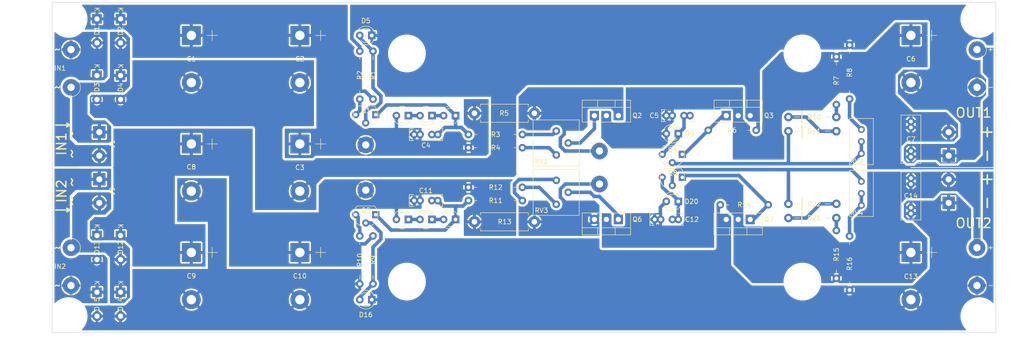
<source format=kicad_pcb>
(kicad_pcb (version 20211014) (generator pcbnew)
  (layers (0 "F.Cu" signal) (31 "B.Cu" signal) (34 "B.Paste" user) (35 "F.Paste" user) (36 "B.SilkS" user "B.Silkscreen") (37 "F.SilkS" user "F.Silkscreen") (38 "B.Mask" user) (39 "F.Mask" user) (44 "Edge.Cuts" user))
  (net 0 "")
  (net 1 "/pos1_u")
  (net 2 "/pos2_u")
  (net 3 "/ac1_2")
  (net 4 "/ac1_1")
  (net 5 "/GND1")
  (net 6 "Net-(C4-Pad1)")
  (net 7 "Net-(C5-Pad1)")
  (net 8 "/+out1")
  (net 9 "/GND2")
  (net 10 "Net-(C11-Pad1)")
  (net 11 "Net-(C12-Pad1)")
  (net 12 "/+out2")
  (net 13 "Net-(D5-Pad2)")
  (net 14 "Net-(D6-Pad1)")
  (net 15 "Net-(D7-Pad1)")
  (net 16 "Net-(D10-Pad1)")
  (net 17 "Net-(D10-Pad2)")
  (net 18 "Net-(D11-Pad1)")
  (net 19 "Net-(D16-Pad2)")
  (net 20 "Net-(D17-Pad1)")
  (net 21 "Net-(D18-Pad1)")
  (net 22 "Net-(D21-Pad1)")
  (net 23 "Net-(D21-Pad2)")
  (net 24 "Net-(D22-Pad1)")
  (net 25 "/pos1_R")
  (net 26 "/pos2_R")
  (net 27 "Net-(Q2-Pad1)")
  (net 28 "Net-(Q3-Pad1)")
  (net 29 "Net-(Q6-Pad1)")
  (net 30 "Net-(Q7-Pad1)")
  (net 31 "Net-(R3-Pad2)")
  (net 32 "Net-(R4-Pad2)")
  (net 33 "Net-(R8-Pad1)")
  (net 34 "Net-(R11-Pad2)")
  (net 35 "Net-(R12-Pad2)")
  (net 36 "/ac2_2")
  (net 37 "/ac2_1")
  (net 38 "Net-(Q1-Pad3)")
  (net 39 "Net-(Q5-Pad3)")
  (net 40 "Net-(R16-Pad1)")
  (footprint "analoghifi:R_Axial_DIN0207_L6.3mm_D2.5mm_P10.16mm_Horizontal_minSilk" (layer "F.Cu") (at 115.2 109.5 -90)
    (fp_text reference "R10")
    (fp_text value "300Ω")
  )
  (footprint "analoghifi:TO-220-2_Vertical_noSilk" (layer "F.Cu") (at 64.5 75.5 -90)
    (fp_text reference "D4")
    (fp_text value "BYW29-200")
  )
  (footprint "analoghifi:C_Rect_L7.0mm_W2.5mm_P2.50_5.00mm_min_silk" (layer "F.Cu") (at 131.725 88 180)
    (fp_text reference "C4")
    (fp_text value "100nF")
  )
  (footprint "analoghifi:R_Axial_DIN0207_L6.3mm_D2.5mm_P10.16mm_Horizontal_minSilk" (layer "F.Cu") (at 201.76 102.9 180)
    (fp_text reference "R14")
    (fp_text value "1k")
  )
  (footprint "analoghifi:CP_Radial_D22_H50_P10.00mm_SnapIn_min_silk" (layer "F.Cu") (at 102.5 67 -90)
    (fp_text reference "C2")
    (fp_text value "2200µF")
  )
  (footprint "analoghifi:Loet_Pin_D1.5mm_L14.0mm" (layer "F.Cu") (at 54 70)
    (fp_text reference "J3" hide)
    (fp_text value "IN1 AC2")
  )
  (footprint "analoghifi:Heatsink_fischer_sk_181_94_c_3_x_to_220_no_silk" (layer "F.Cu") (at 209.01 70.825 180)
    (fp_text reference "REF**" hide)
    (fp_text value "heatsink_fischer_sk_181_94_c_3_x_to_220_no_silk")
  )
  (footprint "analoghifi:R_Axial_long_L6.3mm_D2.5mm_P11.43mm_Horizontal_minSilk" (layer "F.Cu") (at 219 80.47 90)
    (fp_text reference "R8")
    (fp_text value "300Ω")
  )
  (footprint "analoghifi:TO-92_wide" (layer "F.Cu") (at 183.555 97.072 180)
    (fp_text reference "Q8")
    (fp_text value "BC556")
  )
  (footprint "analoghifi:CP_Radial_D22_H50_P10.00mm_SnapIn_min_silk" (layer "F.Cu") (at 79.5 113 -90)
    (fp_text reference "C9")
    (fp_text value "2200µF")
  )
  (footprint "MountingHole:MountingHole_3.2mm_M3" (layer "F.Cu") (at 246.5 126.5)
    (fp_text reference "REF**" hide)
    (fp_text value "MountingHole_3.2mm_M3")
  )
  (footprint "analoghifi:TO-220-2_Vertical_noSilk" (layer "F.Cu") (at 64.5 63.5 -90)
    (fp_text reference "D2")
    (fp_text value "BYW29-200")
  )
  (footprint "analoghifi:LED_D3.0mm" (layer "F.Cu") (at 117.74 123 180)
    (fp_text reference "D16")
    (fp_text value "LED_Small")
  )
  (footprint "analoghifi:TO-220-2_Vertical_noSilk" (layer "F.Cu") (at 64.5 121.42 -90)
    (fp_text reference "D14")
    (fp_text value "BYW29-200")
  )
  (footprint "analoghifi:CP_Radial_D22_H50_P10.00mm_SnapIn_min_silk" (layer "F.Cu") (at 79.5 90 -90)
    (fp_text reference "C8")
    (fp_text value "3x10000µF/35V")
  )
  (footprint "analoghifi:LED_D3.0mm" (layer "F.Cu") (at 125.5 84 180)
    (fp_text reference "D6" hide)
    (fp_text value "LED_Small")
  )
  (footprint "analoghifi:LED_D3.0mm" (layer "F.Cu") (at 130.5 106 180)
    (fp_text reference "D18" hide)
    (fp_text value "LED_Small")
  )
  (footprint "analoghifi:LED_D3.0mm" (layer "F.Cu") (at 182.705 102.176 180)
    (fp_text reference "D20")
    (fp_text value "LED_Small")
  )
  (footprint "analoghifi:C_Rect_L7.0mm_W2.5mm_P2.50_5.00mm_min_silk" (layer "F.Cu") (at 131.725 102 180)
    (fp_text reference "C11")
    (fp_text value "100nF")
  )
  (footprint "analoghifi:LED_D3.0mm" (layer "F.Cu") (at 135.5 106 180)
    (fp_text reference "D19" hide)
    (fp_text value "LED_Small")
  )
  (footprint "analoghifi:CP_Radial_D22_H50_P10.00mm_SnapIn_min_silk" (layer "F.Cu") (at 102.5 90 -90)
    (fp_text reference "C3")
    (fp_text value "2200µF")
  )
  (footprint "analoghifi:D_DO-41_SOD81_P10.16mm_Horizontal_minSilk" (layer "F.Cu") (at 206.04 87.3)
    (fp_text reference "D11")
    (fp_text value "1N4007")
  )
  (footprint "Potentiometer_THT:Potentiometer_Bourns_3296W_Vertical" (layer "F.Cu") (at 221.5 97.95 90)
    (fp_text reference "RV4")
    (fp_text value "50kΩ")
  )
  (footprint "analoghifi:TerminalBlock_Phoenix_PT-1,5-2-5.0-H_1x02_P5.00mm_Horizontal_noSilk" (layer "F.Cu") (at 240 102.5 90)
    (fp_text reference "J16" hide)
    (fp_text value "Screw_Terminal_01x02")
  )
  (footprint "analoghifi:Potentiometer_Bourns_3386P_Vertical" (layer "F.Cu") (at 156.84 92.34)
    (fp_text reference "RV1")
    (fp_text value "2kΩ")
  )
  (footprint "analoghifi:Loet_Pin_D1.5mm_L14.0mm" (layer "F.Cu") (at 246 120)
    (fp_text reference "J15" hide)
    (fp_text value "-Out2")
  )
  (footprint "analoghifi:R_Axial_DIN0207_L6.3mm_D2.5mm_P10.16mm_Horizontal_minSilk" (layer "F.Cu") (at 189.04 87.1)
    (fp_text reference "R6")
    (fp_text value "1k")
  )
  (footprint "analoghifi:CP_Radial_D22_H50_P10.00mm_SnapIn_min_silk" (layer "F.Cu") (at 232 113 -90)
    (fp_text reference "C13")
    (fp_text value "10000µF/35V")
  )
  (footprint "analoghifi:Loet_Pin_D1.5mm_L14.0mm" (layer "F.Cu") (at 116.465 90.2)
    (fp_text reference "J4" hide)
    (fp_text value "MP1a")
  )
  (footprint "analoghifi:Loet_Pin_D1.5mm_L14.0mm" (layer "F.Cu") (at 246 70)
    (fp_text reference "J6" hide)
    (fp_text value "+Out1")
  )
  (footprint "analoghifi:D_DO-41_SOD81_P10.16mm_Horizontal_minSilk" (layer "F.Cu") (at 206.04 84.3)
    (fp_text reference "D10")
    (fp_text value "1N4007")
  )
  (footprint "analoghifi:Potentiometer_Bourns_3386P_Vertical" (layer "F.Cu") (at 156.84 102.79)
    (fp_text reference "RV3")
    (fp_text value "2kΩ")
  )
  (footprint "analoghifi:TerminalBlock_Phoenix_PT-1,5-2-5.0-H_1x02_P5.00mm_Horizontal_noSilk" (layer "F.Cu") (at 60 87.5 -90)
    (fp_text reference "J1")
    (fp_text value "Screw_Terminal_01x02")
  )
  (footprint "Resistor_THT:R_Axial_DIN0411_L9.9mm_D3.6mm_P12.70mm_Horizontal" (layer "F.Cu") (at 139.5 106.5)
    (fp_text reference "R13")
    (fp_text value "1.0Ω/2W")
  )
  (footprint "analoghifi:Loet_Pin_D1.5mm_L14.0mm" (layer "F.Cu") (at 246 78)
    (fp_text reference "J7" hide)
    (fp_text value "-Out1")
  )
  (footprint "analoghifi:Loet_Pin_D1.5mm_L14.0mm" (layer "F.Cu") (at 54 78)
    (fp_text reference "J2" hide)
    (fp_text value "IN1 AC1")
  )
  (footprint "analoghifi:TO-92_wide" (layer "F.Cu") (at 183.555 92.208 180)
    (fp_text reference "Q4")
    (fp_text value "BC556")
  )
  (footprint "analoghifi:TO-220-2_Vertical_noSilk" (layer "F.Cu") (at 59.5 121.42 -90)
    (fp_text reference "D15")
    (fp_text value "BYW29-200")
  )
  (footprint "analoghifi:R_Axial_DIN0207_L6.3mm_D2.5mm_P10.16mm_Horizontal_minSilk" (layer "F.Cu") (at 216.2 71.5 -90)
    (fp_text reference "R7")
    (fp_text value "1.8k")
  )
  (footprint "Resistor_THT:R_Axial_DIN0411_L9.9mm_D3.6mm_P12.70mm_Horizontal" (layer "F.Cu") (at 139.5 83.5)
    (fp_text reference "R5")
    (fp_text value "1.0Ω/2W")
  )
  (footprint "analoghifi:Loet_Pin_D1.5mm_L14.0mm" (layer "F.Cu") (at 166 98.5)
    (fp_text reference "J13" hide)
    (fp_text value "MP2b")
  )
  (footprint "analoghifi:R_Axial_long_L6.3mm_D2.5mm_P11.43mm_Horizontal_minSilk" (layer "F.Cu") (at 138.23 88)
    (fp_text reference "R3")
    (fp_text value "1kΩ")
  )
  (footprint "MountingHole:MountingHole_3.2mm_M3" (layer "F.Cu") (at 246.5 63.5)
    (fp_text reference "REF**" hide)
    (fp_text value "MountingHole_3.2mm_M3")
  )
  (footprint "analoghifi:LED_D3.0mm" (layer "F.Cu") (at 125.5 106 180)
    (fp_text reference "D17" hide)
    (fp_text value "LED_Small")
  )
  (footprint "analoghifi:CP_Radial_D22_H50_P10.00mm_SnapIn_min_silk" (layer "F.Cu") (at 232 67 -90)
    (fp_text reference "C6")
    (fp_text value "10000µF/35V")
  )
  (footprint "MountingHole:MountingHole_3.2mm_M3" (layer "F.Cu") (at 53.5 63.5)
    (fp_text reference "REF**" hide)
    (fp_text value "MountingHole_3.2mm_M3")
  )
  (footprint "analoghifi:C_Rect_L10.0mm_W4.0mm_P5.00_P7.50mm" (layer "F.Cu") (at 232 97.25 -90)
    (fp_text reference "C14")
    (fp_text value "100nF")
  )
  (footprint "analoghifi:TO-220-2_Vertical_noSilk" (layer "F.Cu") (at 59.5 75.5 -90)
    (fp_text reference "D3")
    (fp_text value "BYW29-200")
  )
  (footprint "analoghifi:TO-220-2_Vertical_noSilk" (layer "F.Cu") (at 59.5 109.42 -90)
    (fp_text reference "D13")
    (fp_text value "BYW29-200")
  )
  (footprint "analoghifi:Loet_Pin_D1.5mm_L14.0mm" (layer "F.Cu") (at 54 120)
    (fp_text reference "J10" hide)
    (fp_text value "IN2 AC1")
  )
  (footprint "analoghifi:Loet_Pin_D1.5mm_L14.0mm" (layer "F.Cu") (at 166 91.5)
    (fp_text reference "J5" hide)
    (fp_text value "MP1b")
  )
  (footprint "analoghifi:CP_Radial_D22_H50_P10.00mm_SnapIn_min_silk" (layer "F.Cu") (at 102.5 113 -90)
    (fp_text reference "C10")
    (fp_text value "2200µF")
  )
  (footprint "analoghifi:C_Rect_L7.0mm_W2.5mm_P2.50_5.00mm_min_silk" (layer "F.Cu") (at 185.165 84 180)
    (fp_text reference "C5")
    (fp_text value "100nF")
  )
  (footprint "analoghifi:CP_Radial_D22_H50_P10.00mm_SnapIn_min_silk" (layer "F.Cu") (at 79.5 67 -90)
    (fp_text reference "C1")
    (fp_text value "3x10000µF/35V")
  )
  (footprint "Package_TO_SOT_THT:TO-220-3_Vertical" (layer "F.Cu") (at 170 106 180)
    (fp_text reference "Q6")
    (fp_text value "IRF9540")
  )
  (footprint "analoghifi:LED_D3.0mm" (layer "F.Cu") (at 130.5 84 180)
    (fp_text reference "D7" hide)
    (fp_text value "LED_Small")
  )
  (footprint "analoghifi:LED_D3.0mm" (layer "F.Cu") (at 117.74 67 180)
    (fp_text reference "D5")
    (fp_text value "LED_Small")
  )
  (footprint "analoghifi:Loet_Pin_D1.5mm_L14.0mm" (layer "F.Cu") (at 54 112)
    (fp_text reference "J11" hide)
    (fp_text value "IN2 AC2")
  )
  (footprint "analoghifi:LED_D3.0mm" (layer "F.Cu") (at 182.705 87.824 180)
    (fp_text reference "D9")
    (fp_text value "LED_Small")
  )
  (footprint "analoghifi:Heatsink_fischer_sk_181_94_c_3_x_to_220_no_silk" (layer "F.Cu") (at 125.19 119.175)
    (fp_text reference "REF**" hide)
    (fp_text value "heatsink_fischer_sk_181_94_c_3_x_to_220_no_silk")
  )
  (footprint "analoghifi:TerminalBlock_Phoenix_PT-1,5-2-5.0-H_1x02_P5.00mm_Horizontal_noSilk" (layer "F.Cu") (at 240 92.5 90)
    (fp_text reference "J8" hide)
    (fp_text value "Screw_Terminal_01x02")
  )
  (footprint "analoghifi:R_Axial_long_L6.3mm_D2.5mm_P11.43mm_Horizontal_minSilk" (layer "F.Cu") (at 138.23 99.2)
    (fp_text reference "R12")
    (fp_text value "4.7kΩ")
  )
  (footprint "Package_TO_SOT_THT:TO-220-3_Vertical" (layer "F.Cu") (at 164.92 84)
    (fp_text reference "Q2")
    (fp_text value "IRF9540")
  )
  (footprint "analoghifi:TO-92_wide" (layer "F.Cu") (at 118.59 105 180)
    (fp_text reference "Q5")
    (fp_text value "BC546")
  )
  (footprint "analoghifi:R_Axial_DIN0207_L6.3mm_D2.5mm_P10.16mm_Horizontal_minSilk" (layer "F.Cu") (at 118 109.5 -90)
    (fp_text reference "R9")
    (fp_text value "1.8k")
  )
  (footprint "analoghifi:R_Axial_DIN0207_L6.3mm_D2.5mm_P10.16mm_Horizontal_minSilk" (layer "F.Cu") (at 118 80.5 90)
    (fp_text reference "R1")
    (fp_text value "1.8k")
  )
  (footprint "Package_TO_SOT_THT:TO-220-3_Vertical" (layer "F.Cu") (at 197.94 106 180)
    (fp_text reference "Q7")
    (fp_text value "TIP132")
  )
  (footprint "analoghifi:R_Axial_DIN0207_L6.3mm_D2.5mm_P10.16mm_Horizontal_minSilk" (layer "F.Cu") (at 216.2 118.5 90)
    (fp_text reference "R15")
    (fp_text value "1.8k")
  )
  (footprint "analoghifi:TO-220-2_Vertical_noSilk" (layer "F.Cu") (at 59.5 63.5 -90)
    (fp_text reference "D1")
    (fp_text value "4xMUR8100E")
  )
  (footprint "analoghifi:C_Rect_L7.0mm_W2.5mm_P2.50_5.00mm_min_silk" (layer "F.Cu") (at 182.705 106 180)
    (fp_text reference "C12")
    (fp_text value "100nF")
  )
  (footprint "analoghifi:TerminalBlock_Phoenix_PT-1,5-2-5.0-H_1x02_P5.00mm_Horizontal_noSilk" (layer "F.Cu") (at 60 97.5 -90)
    (fp_text reference "J9")
    (fp_text value "Screw_Terminal_01x02")
  )
  (footprint "analoghifi:Loet_Pin_D1.5mm_L14.0mm" (layer "F.Cu") (at 116.465 99.8)
    (fp_text reference "J12" hide)
    (fp_text value "MP2a")
  )
  (footprint "analoghifi:R_Axial_long_L6.3mm_D2.5mm_P11.43mm_Horizontal_minSilk" (layer "F.Cu") (at 138.23 102)
    (fp_text reference "R11")
    (fp_text value "1kΩ")
  )
  (footprint "analoghifi:C_Rect_L10.0mm_W4.0mm_P5.00_P7.50mm" (layer "F.Cu") (at 232 85.25 -90)
    (fp_text reference "C7")
    (fp_text value "100nF")
  )
  (footprint "MountingHole:MountingHole_3.2mm_M3" (layer "F.Cu") (at 53.5 126.5)
    (fp_text reference "REF**" hide)
    (fp_text value "MountingHole_3.2mm_M3")
  )
  (footprint "analoghifi:TO-92_wide" (layer "F.Cu") (at 118.59 83.8 180)
    (fp_text reference "Q1")
    (fp_text value "BC546")
  )
  (footprint "Potentiometer_THT:Potentiometer_Bourns_3296W_Vertical" (layer "F.Cu") (at 221.5 86.95 90)
    (fp_text reference "RV2")
    (fp_text value "50kΩ")
  )
  (footprint "analoghifi:R_Axial_long_L6.3mm_D2.5mm_P11.43mm_Horizontal_minSilk" (layer "F.Cu") (at 219 109.53 -90)
    (fp_text reference "R16")
    (fp_text value "300Ω")
  )
  (footprint "Package_TO_SOT_THT:TO-220-3_Vertical" (layer "F.Cu") (at 192.86 84)
    (fp_text reference "Q3")
    (fp_text value "TIP132")
  )
  (footprint "analoghifi:D_DO-41_SOD81_P10.16mm_Horizontal_minSilk" (layer "F.Cu") (at 206.04 105.7)
    (fp_text reference "D21")
    (fp_text value "1N4007")
  )
  (footprint "analoghifi:D_DO-41_SOD81_P10.16mm_Horizontal_minSilk" (layer "F.Cu") (at 206.04 102.7)
    (fp_text reference "D22")
    (fp_text value "1N4007")
  )
  (footprint "analoghifi:R_Axial_long_L6.3mm_D2.5mm_P11.43mm_Horizontal_minSilk" (layer "F.Cu") (at 138.23 90.8)
    (fp_text reference "R4")
    (fp_text value "4.7kΩ")
  )
  (footprint "analoghifi:TO-220-2_Vertical_noSilk" (layer "F.Cu") (at 64.5 109.42 -90)
    (fp_text reference "D12")
    (fp_text value "4xMUR8100E")
  )
  (footprint "analoghifi:LED_D3.0mm" (layer "F.Cu") (at 135.5 84 180)
    (fp_text reference "D8" hide)
    (fp_text value "LED_Small")
  )
  (footprint "analoghifi:R_Axial_DIN0207_L6.3mm_D2.5mm_P10.16mm_Horizontal_minSilk" (layer "F.Cu") (at 115.2 80.5 90)
    (fp_text reference "R2")
    (fp_text value "300Ω")
  )
  (footprint "analoghifi:Loet_Pin_D1.5mm_L14.0mm" (layer "F.Cu") (at 246 112)
    (fp_text reference "J14" hide)
    (fp_text value "+Out2")
  )
  (gr_line (start 249.5 95) (end 232 95) (layer "F.SilkS") (width 0.2))
  (gr_line (start 55.5 95) (end 50.5 95) (layer "F.SilkS") (width 0.3))
  (gr_line (start 250 60) (end 50 60) (layer "Edge.Cuts") (width 0.1))
  (gr_line (start 50 60) (end 50 130) (layer "Edge.Cuts") (width 0.1))
  (gr_line (start 250 130) (end 250 60) (layer "Edge.Cuts") (width 0.1))
  (gr_line (start 50 130) (end 250 130) (layer "Edge.Cuts") (width 0.1))
  (gr_text "OUT1" (at 245.3 83.4) (layer "F.SilkS") (effects (font (size 2 2) (thickness 0.3))))
  (gr_text "- +" (at 248 90 90) (layer "F.SilkS") (effects (font (size 2.5 2.5) (thickness 0.35))))
  (gr_text "- +" (at 248 100 90) (layer "F.SilkS") (effects (font (size 2.5 2.5) (thickness 0.35))))
  (gr_text " ~ " (at 54.1 98 90) (layer "F.SilkS") (effects (font (size 3 3) (thickness 0.3))))
  (gr_text "~" (at 51.175 119.975) (layer "F.SilkS") (effects (font (size 1.8 1.8) (thickness 0.25))))
  (gr_text "~" (at 51.175 77.95) (layer "F.SilkS") (effects (font (size 1.8 1.8) (thickness 0.25))))
  (gr_text " ~ " (at 54.1 92 90) (layer "F.SilkS") (effects (font (size 3 3) (thickness 0.3))))
  (gr_text "IN2" (at 51.675 115.975) (layer "F.SilkS") (effects (font (size 1 1))))
  (gr_text "↓" (at 52 104 90) (layer "F.SilkS") (effects (font (size 4 2) (thickness 0.3))))
  (gr_text "IN1" (at 51.675 73.95) (layer "F.SilkS") (effects (font (size 1 1))))
  (gr_text "+" (at 248.875 111.925) (layer "F.SilkS") (effects (font (size 1 1))))
  (gr_text "IN2" (at 52 100 90) (layer "F.SilkS") (effects (font (size 2 2) (thickness 0.3))))
  (gr_text "OUT2" (at 245.3 106.8) (layer "F.SilkS") (effects (font (size 2 2) (thickness 0.3))))
  (gr_text "-" (at 248.875 119.925) (layer "F.SilkS") (effects (font (size 1 1))))
  (gr_text "~" (at 51.175 111.975) (layer "F.SilkS") (effects (font (size 1.8 1.8) (thickness 0.25))))
  (gr_text "+" (at 248.875 69.925) (layer "F.SilkS") (effects (font (size 1 1))))
  (gr_text "~" (at 51.175 69.95) (layer "F.SilkS") (effects (font (size 1.8 1.8) (thickness 0.25))))
  (gr_text "-" (at 248.875 77.925) (layer "F.SilkS") (effects (font (size 1 1))))
  (gr_text " ~ " (at 54.1 102 90) (layer "F.SilkS") (effects (font (size 3 3) (thickness 0.3))))
  (gr_text "↓" (at 52 86 90) (layer "F.SilkS") (effects (font (size 4 2) (thickness 0.3))))
  (gr_text " ~ " (at 54.1 88 90) (layer "F.SilkS") (effects (font (size 3 3) (thickness 0.3))))
  (gr_text "IN1" (at 52 90 90) (layer "F.SilkS") (effects (font (size 2 2) (thickness 0.3))))
  (segment (start 122.96 84) (end 122.96 87.06) (width 0.75) (layer "B.Cu") (net 1))
  (segment (start 118 80.5) (end 116.32 78.82) (width 0.75) (layer "B.Cu") (net 1))
  (segment (start 116.32 78.82) (end 115.23 78.82) (width 0.75) (layer "B.Cu") (net 1))
  (segment (start 116.32 111.18) (end 115.25 111.18) (width 0.75) (layer "B.Cu") (net 2))
  (segment (start 118 109.5) (end 116.32 111.18) (width 0.75) (layer "B.Cu") (net 2))
  (segment (start 122.96 106) (end 122.96 103.36) (width 0.75) (layer "B.Cu") (net 2))
  (segment (start 113.52 67.7) (end 113.52 66.76) (width 0.75) (layer "B.Cu") (net 5))
  (segment (start 199.2 87.1) (end 199.62 86.68) (width 0.75) (layer "B.Cu") (net 5))
  (segment (start 115.2 70.34) (end 115.2 69.38) (width 0.75) (layer "B.Cu") (net 5))
  (segment (start 247.794722 76.3) (end 247.794722 79.6) (width 0.2) (layer "B.Cu") (net 5))
  (segment (start 199.62 86.68) (end 199.62 84.84) (width 0.75) (layer "B.Cu") (net 5))
  (segment (start 115.2 69.38) (end 113.52 67.7) (width 0.75) (layer "B.Cu") (net 5))
  (segment (start 135.5 84) (end 135.5 86.25) (width 0.75) (layer "B.Cu") (net 6))
  (segment (start 120.89 81.75) (end 133.25 81.75) (width 0.75) (layer "B.Cu") (net 6))
  (segment (start 133.225 86.5) (end 135.75 86.5) (width 0.75) (layer "B.Cu") (net 6))
  (segment (start 131.725 88) (end 133.225 86.5) (width 0.75) (layer "B.Cu") (net 6))
  (segment (start 118.59 83.8) (end 118.84 83.8) (width 0.75) (layer "B.Cu") (net 6))
  (segment (start 135.5 86.25) (end 135.75 86.5) (width 0.75) (layer "B.Cu") (net 6))
  (segment (start 133.25 81.75) (end 135.5 84) (width 0.75) (layer "B.Cu") (net 6))
  (segment (start 136.73 86.5) (end 138.23 88) (width 0.75) (layer "B.Cu") (net 6))
  (segment (start 118.84 83.8) (end 120.89 81.75) (width 0.75) (layer "B.Cu") (net 6))
  (segment (start 135.75 86.5) (end 136.73 86.5) (width 0.75) (layer "B.Cu") (net 6))
  (segment (start 183.915 86.614) (end 183.915 84) (width 0.75) (layer "B.Cu") (net 7))
  (segment (start 182.705 88.808) (end 179.305 92.208) (width 0.75) (layer "B.Cu") (net 7))
  (segment (start 182.705 87.824) (end 182.705 88.808) (width 0.75) (layer "B.Cu") (net 7))
  (segment (start 182.705 87.824) (end 183.915 86.614) (width 0.75) (layer "B.Cu") (net 7))
  (segment (start 180.18 87.809) (end 180.165 87.824) (width 0.75) (layer "B.Cu") (net 8))
  (segment (start 246 70) (end 248 70) (width 0.75) (layer "B.Cu") (net 8))
  (segment (start 191.18 103.32) (end 191.18 105.24) (width 0.75) (layer "B.Cu") (net 9))
  (segment (start 191.6 102.9) (end 191.18 103.32) (width 0.75) (layer "B.Cu") (net 9))
  (segment (start 133.25 108.25) (end 135.5 106) (width 0.75) (layer "B.Cu") (net 10))
  (segment (start 135.77 103.16) (end 137.07 103.16) (width 0.75) (layer "B.Cu") (net 10))
  (segment (start 132.885 103.16) (end 135.77 103.16) (width 0.75) (layer "B.Cu") (net 10))
  (segment (start 137.07 103.16) (end 138.23 102) (width 0.75) (layer "B.Cu") (net 10))
  (segment (start 131.725 102) (end 132.885 103.16) (width 0.75) (layer "B.Cu") (net 10))
  (segment (start 121.84 108.25) (end 133.25 108.25) (width 0.75) (layer "B.Cu") (net 10))
  (segment (start 135.5 106) (end 135.5 103.43) (width 0.75) (layer "B.Cu") (net 10))
  (segment (start 118.59 105) (end 121.84 108.25) (width 0.75) (layer "B.Cu") (net 10))
  (segment (start 135.5 103.43) (end 135.77 103.16) (width 0.75) (layer "B.Cu") (net 10))
  (segment (start 182.705 101.995) (end 181.23 100.52) (width 0.75) (layer "B.Cu") (net 11))
  (segment (start 181.23 100.52) (end 180.68 100.52) (width 0.75) (layer "B.Cu") (net 11))
  (segment (start 182.705 102.176) (end 182.705 106) (width 0.75) (layer "B.Cu") (net 11))
  (segment (start 182.705 102.176) (end 182.705 101.995) (width 0.75) (layer "B.Cu") (net 11))
  (segment (start 179.305 99.145) (end 179.305 97.072) (width 0.75) (layer "B.Cu") (net 11))
  (segment (start 180.68 100.52) (end 179.305 99.145) (width 0.75) (layer "B.Cu") (net 11))
  (segment (start 182.705 105.975) (end 182.68 106) (width 0.75) (layer "B.Cu") (net 11))
  (segment (start 180.165 102.176) (end 178.9 103.441) (width 0.75) (layer "B.Cu") (net 12))
  (segment (start 178.9 103.441) (end 178.9 104.73) (width 0.75) (layer "B.Cu") (net 12))
  (segment (start 246 99.975) (end 246 112) (width 1.5) (layer "B.Cu") (net 12))
  (segment (start 241 95.975752) (end 239 95.975752) (width 0.2) (layer "B.Cu") (net 12))
  (segment (start 115.2 67.54) (end 115.2 67) (width 0.75) (layer "B.Cu") (net 13))
  (segment (start 116.465 85.55) (end 116.465 83.185) (width 0.75) (layer "B.Cu") (net 13))
  (segment (start 118 70.34) (end 115.2 67.54) (width 0.75) (layer "B.Cu") (net 13))
  (segment (start 118 78.131192) (end 118 70.34) (width 0.75) (layer "B.Cu") (net 13))
  (segment (start 116.465 83.185) (end 117.475 82.175) (width 0.75) (layer "B.Cu") (net 13))
  (segment (start 118.693808 82.175) (end 119.675 81.193808) (width 0.75) (layer "B.Cu") (net 13))
  (segment (start 119.675 79.806192) (end 118 78.131192) (width 0.75) (layer "B.Cu") (net 13))
  (segment (start 119.675 81.193808) (end 119.675 79.806192) (width 0.75) (layer "B.Cu") (net 13))
  (segment (start 117.475 82.175) (end 118.693808 82.175) (width 0.75) (layer "B.Cu") (net 13))
  (segment (start 125.5 84) (end 127.96 84) (width 0.75) (layer "B.Cu") (net 14))
  (segment (start 130.5 84) (end 132.96 84) (width 0.75) (layer "B.Cu") (net 15))
  (segment (start 216.2 87.3) (end 212.8 87.3) (width 0.75) (layer "B.Cu") (net 16))
  (segment (start 209.8 84.3) (end 206.04 84.3) (width 0.75) (layer "B.Cu") (net 16))
  (segment (start 212.8 87.3) (end 209.8 84.3) (width 0.75) (layer "B.Cu") (net 16))
  (segment (start 216.2 81.66) (end 216.2 84.3) (width 0.75) (layer "B.Cu") (net 17))
  (segment (start 206.04 87.3) (end 206.04 94.11) (width 0.75) (layer "B.Cu") (net 18))
  (segment (start 206.12 94.19) (end 181.662 94.19) (width 0.75) (layer "B.Cu") (net 18))
  (segment (start 221.5 89.49) (end 221.5 92.03) (width 0.75) (layer "B.Cu") (net 18))
  (segment (start 206.04 94.11) (end 206.12 94.19) (width 0.75) (layer "B.Cu") (net 18))
  (segment (start 181.662 94.19) (end 181.43 93.958) (width 0.75) (layer "B.Cu") (net 18))
  (segment (start 221.5 92.03) (end 219.34 94.19) (width 0.75) (layer "B.Cu") (net 18))
  (segment (start 219.34 94.19) (end 206.12 94.19) (width 0.75) (layer "B.Cu") (net 18))
  (segment (start 117.618808 106.75) (end 119.675 108.806192) (width 0.75) (layer "B.Cu") (net 19))
  (segment (start 116.465 106.75) (end 116.465 107.095) (width 0.75) (layer "B.Cu") (net 19))
  (segment (start 116.465 106.75) (end 117.618808 106.75) (width 0.75) (layer "B.Cu") (net 19))
  (segment (start 118 119.66) (end 115.2 122.46) (width 0.75) (layer "B.Cu") (net 19))
  (segment (start 118 111.87) (end 118 119.66) (width 0.75) (layer "B.Cu") (net 19))
  (segment (start 115.2 122.46) (end 115.2 123) (width 0.75) (layer "B.Cu") (net 19))
  (segment (start 119.675 110.195) (end 118 111.87) (width 0.75) (layer "B.Cu") (net 19))
  (segment (start 119.675 108.806192) (end 119.675 110.195) (width 0.75) (layer "B.Cu") (net 19))
  (segment (start 127.96 106) (end 125.5 106) (width 0.75) (layer "B.Cu") (net 20))
  (segment (start 132.96 106) (end 130.5 106) (width 0.75) (layer "B.Cu") (net 21))
  (segment (start 216.2 102.7) (end 212.8 102.7) (width 0.75) (layer "B.Cu") (net 22))
  (segment (start 209.8 105.7) (end 206.04 105.7) (width 0.75) (layer "B.Cu") (net 22))
  (segment (start 212.8 102.7) (end 209.8 105.7) (width 0.75) (layer "B.Cu") (net 22))
  (segment (start 216.2 108.34) (end 216.2 105.7) (width 0.75) (layer "B.Cu") (net 23))
  (segment (start 206.04 102.7) (end 206.04 95.55) (width 0.75) (layer "B.Cu") (net 24))
  (segment (start 221.5 97.58) (end 221.5 97.95) (width 0.75) (layer "B.Cu") (net 24))
  (segment (start 182.442673 95.447327) (end 205.937327 95.447327) (width 0.75) (layer "B.Cu") (net 24))
  (segment (start 181.43 96.46) (end 182.442673 95.447327) (width 0.75) (layer "B.Cu") (net 24))
  (segment (start 219.367327 95.447327) (end 221.5 97.58) (width 0.75) (layer "B.Cu") (net 24))
  (segment (start 205.937327 95.447327) (end 219.367327 95.447327) (width 0.75) (layer "B.Cu") (net 24))
  (segment (start 206.04 95.55) (end 205.937327 95.447327) (width 0.75) (layer "B.Cu") (net 24))
  (segment (start 181.43 98.822) (end 181.43 96.46) (width 0.75) (layer "B.Cu") (net 24))
  (segment (start 158.52 87.948808) (end 158.52 87.13) (width 0.75) (layer "B.Cu") (net 25))
  (segment (start 158.7 91.5) (end 157.705 90.505) (width 0.75) (layer "B.Cu") (net 25))
  (segment (start 157.705 90.505) (end 157.705 88.763808) (width 0.75) (layer "B.Cu") (net 25))
  (segment (start 166 91.5) (end 158.7 91.5) (width 0.75) (layer "B.Cu") (net 25))
  (segment (start 151.791192 83.5) (end 152.2 83.5) (width 0.75) (layer "B.Cu") (net 25))
  (segment (start 157.705 88.763808) (end 158.52 87.948808) (width 0.75) (layer "B.Cu") (net 25))
  (segment (start 158.76 98.5) (end 157.7 99.56) (width 0.75) (layer "B.Cu") (net 26))
  (segment (start 157.7 99.56) (end 157.7 101.281192) (width 0.75) (layer "B.Cu") (net 26))
  (segment (start 151.79 106.5) (end 152.2 106.5) (width 0.75) (layer "B.Cu") (net 26))
  (segment (start 157.7 101.281192) (end 158.777616 102.358808) (width 0.75) (layer "B.Cu") (net 26))
  (segment (start 166 98.5) (end 158.76 98.5) (width 0.75) (layer "B.Cu") (net 26))
  (segment (start 164.92 84) (end 164.92 86.76) (width 0.75) (layer "B.Cu") (net 27))
  (segment (start 161.88 89.8) (end 159.38 89.8) (width 0.75) (layer "B.Cu") (net 27))
  (segment (start 164.92 84) (end 164.91 84.01) (width 0.75) (layer "B.Cu") (net 27))
  (segment (start 164.92 86.76) (end 161.88 89.8) (width 0.75) (layer "B.Cu") (net 27))
  (segment (start 189.04 87.1) (end 192.14 84) (width 0.75) (layer "B.Cu") (net 28))
  (segment (start 183.932 92.208) (end 183.555 92.208) (width 0.75) (layer "B.Cu") (net 28))
  (segment (start 192.14 84) (end 192.86 84) (width 0.75) (layer "B.Cu") (net 28))
  (segment (start 189.04 87.1) (end 183.932 92.208) (width 0.75) (layer "B.Cu") (net 28))
  (segment (start 164.8945 101.1245) (end 164.02 100.25) (width 0.75) (layer "B.Cu") (net 29))
  (segment (start 170 105.18) (end 165.9445 101.1245) (width 0.75) (layer "B.Cu") (net 29))
  (segment (start 164.02 100.25) (end 159.38 100.25) (width 0.75) (layer "B.Cu") (net 29))
  (segment (start 170 106) (end 170 105.18) (width 0.75) (layer "B.Cu") (net 29))
  (segment (start 165.9445 101.1245) (end 164.8945 101.1245) (width 0.75) (layer "B.Cu") (net 29))
  (segment (start 195.56 96.7) (end 183.927 96.7) (width 0.75) (layer "B.Cu") (net 30))
  (segment (start 197.94 106) (end 198.66 106) (width 0.75) (layer "B.Cu") (net 30))
  (segment (start 201.76 102.9) (end 195.56 96.7) (width 0.75) (layer "B.Cu") (net 30))
  (segment (start 183.927 96.7) (end 183.555 97.072) (width 0.75) (layer "B.Cu") (net 30))
  (segment (start 198.66 106) (end 201.76 102.9) (width 0.75) (layer "B.Cu") (net 30))
  (segment (start 156.1 88) (end 156.84 87.26) (width 0.75) (layer "B.Cu") (net 31))
  (segment (start 149.66 88) (end 156.1 88) (width 0.75) (layer "B.Cu") (net 31))
  (segment (start 149.66 90.8) (end 155.3 90.8) (width 0.75) (layer "B.Cu") (net 32))
  (segment (start 155.3 90.8) (end 156.84 92.34) (width 0.75) (layer "B.Cu") (net 32))
  (segment (start 219 84.45) (end 221.5 86.95) (width 0.75) (layer "B.Cu") (net 33))
  (segment (start 219 80.47) (end 219 84.45) (width 0.75) (layer "B.Cu") (net 33))
  (segment (start 149.66 102) (end 147.985 100.325) (width 0.75) (layer "B.Cu") (net 34))
  (segment (start 147.985 98.506192) (end 148.966192 97.525) (width 0.75) (layer "B.Cu") (net 34))
  (segment (start 156.655 97.525) (end 156.84 97.71) (width 0.75) (layer "B.Cu") (net 34))
  (segment (start 147.985 100.325) (end 147.985 98.506192) (width 0.75) (layer "B.Cu") (net 34))
  (segment (start 148.966192 97.525) (end 156.655 97.525) (width 0.75) (layer "B.Cu") (net 34))
  (segment (start 156.84 102.79) (end 153.25 99.2) (width 0.75) (layer "B.Cu") (net 35))
  (segment (start 153.25 99.2) (end 149.66 99.2) (width 0.75) (layer "B.Cu") (net 35))
  (segment (start 115.2 80.5) (end 115.2 82.94) (width 0.75) (layer "B.Cu") (net 38))
  (segment (start 115.2 82.94) (end 114.34 83.8) (width 0.75) (layer "B.Cu") (net 38))
  (segment (start 114.84 105.5) (end 114.34 105) (width 0.75) (layer "B.Cu") (net 39))
  (segment (start 115.2 107.77) (end 114.84 107.41) (width 0.75) (layer "B.Cu") (net 39))
  (segment (start 115.2 109.5) (end 115.2 107.77) (width 0.75) (layer "B.Cu") (net 39))
  (segment (start 114.84 107.41) (end 114.84 105.5) (width 0.75) (layer "B.Cu") (net 39))
  (segment (start 221.5 100.49) (end 221.5 103.03) (width 0.75) (layer "B.Cu") (net 40))
  (segment (start 219 105.53) (end 221.5 103.03) (width 0.75) (layer "B.Cu") (net 40))
  (segment (start 219 109.53) (end 219 105.53) (width 0.75) (layer "B.Cu") (net 40))
  (zone (net 37) (net_name "/ac2_1") (layer "B.Cu") (priority 4) (connect_pads (clearance 0.5)) (min_thickness 0.2) (fill yes (thermal_gap 0.35) (thermal_bridge_width 0.65))
    (polygon (pts (xy 61.75 114.25) (xy 61 113.5) (xy 53.75 113.5) (xy 53.75 101) (xy 55 99.75) (xy 62.5 99.75) (xy 62.5 95.25) (xy 50 95.25) (xy 50 123.75) (xy 61.75 123.75)))
  )
  (zone (net 0) (net_name "") (layer "B.Cu") (connect_pads yes (clearance 0)) (min_thickness 0.0254)
    (keepout (tracks allowed) (vias not_allowed) (pads allowed) (copperpour not_allowed) (footprints allowed))
    (fill (thermal_gap 0.508) (thermal_bridge_width 0.508))
    (polygon (pts (xy 213.014629 119.17539) (xy 212.995516 118.784588) (xy 212.938358 118.397516) (xy 212.843701 118.017869) (xy 212.712449 117.64927) (xy 212.545855 117.295239) (xy 212.345508 116.959154) (xy 212.113321 116.644224) (xy 211.851511 116.353454) (xy 211.562576 116.08962) (xy 211.249274 115.85524) (xy 210.914596 115.652552) (xy 210.561737 115.48349) (xy 210.194064 115.349668) (xy 209.815087 115.252364) (xy 209.428423 115.192505) (xy 209.037764 115.170664) (xy 208.646837 115.187048) (xy 208.259376 115.241502) (xy 207.879077 115.333506) (xy 207.509572 115.462182) (xy 207.154386 115.626301) (xy 206.816911 115.824296) (xy 206.500367 116.054279) (xy 206.207776 116.314053) (xy 205.941932 116.601139) (xy 205.705371 116.912797) (xy 205.500351 117.246051) (xy 205.32883 117.597722) (xy 205.192444 117.964452) (xy 205.092496 118.34274) (xy 205.029939 118.728977) (xy 205.005371 119.119474) (xy 205.019026 119.510505) (xy 205.070774 119.898337) (xy 205.160121 120.279269) (xy 205.286214 120.649664) (xy 205.447849 121.005987) (xy 205.643484 121.344836) (xy 205.871251 121.662978) (xy 206.128976 121.957375) (xy 206.414199 122.225217) (xy 206.724198 122.463948) (xy 207.056013 122.671289) (xy 207.406478 122.845261) (xy 207.772246 122.984204) (xy 208.149828 123.086791) (xy 208.535618 123.152042) (xy 208.925934 123.179336) (xy 209.317051 123.168411) (xy 209.705235 123.119372) (xy 210.086782 123.032687) (xy 210.458048 122.909183) (xy 210.81549 122.750039) (xy 211.155697 122.556775) (xy 211.475421 122.331234) (xy 211.77161 122.075571) (xy 212.041437 121.792225) (xy 212.282327 121.4839) (xy 212.491979 121.15354) (xy 212.668394 120.804299) (xy 212.809886 120.439509) (xy 212.915107 120.062653) (xy 212.98305 119.677328) (xy 213.013068 119.287211)))
  )
  (zone (net 0) (net_name "") (layer "B.Cu") (connect_pads (clearance 0)) (min_thickness 0.2)
    (keepout (tracks allowed) (vias allowed) (pads allowed) (copperpour not_allowed) (footprints allowed))
    (fill (thermal_gap 0.35) (thermal_bridge_width 0.65))
    (polygon (pts (xy 128.3 100.7) (xy 131.7 100.7) (xy 131.7 101.1) (xy 128.7 101.1) (xy 128.7 103.8) (xy 128.3 103.8)))
  )
  (zone (net 4) (net_name "/ac1_1") (layer "B.Cu") (priority 3) (connect_pads (clearance 0.5)) (min_thickness 0.2) (fill yes (thermal_gap 0.35) (thermal_bridge_width 0.65))
    (polygon (pts (xy 62.5 86.25) (xy 61.25 85) (xy 58.75 85) (xy 57.5 83.75) (xy 57.5 79.75) (xy 58.2 79.05) (xy 65.2 79.05) (xy 66.5 77.75) (xy 66.5 67.5) (xy 65.25 66.25) (xy 62.25 66.25) (xy 62.25 75.75) (xy 61.5 76.5) (xy 54.25 76.5) (xy 54.25 88.5) (xy 55.5 89.75) (xy 62.5 89.75)))
  )
  (zone (net 0) (net_name "") (layer "B.Cu") (connect_pads (clearance 0)) (min_thickness 0.2)
    (keepout (tracks allowed) (vias allowed) (pads allowed) (copperpour not_allowed) (footprints allowed))
    (fill (thermal_gap 0.35) (thermal_bridge_width 0.65))
    (polygon (pts (xy 200.1 85.479004) (xy 200.5 85.479004) (xy 200.5 87.09) (xy 200.1 87.09)))
  )
  (zone (net 0) (net_name "") (layer "B.Cu") (connect_pads (clearance 0)) (min_thickness 0.254)
    (keepout (tracks allowed) (vias allowed) (pads allowed) (copperpour not_allowed) (footprints allowed))
    (fill (thermal_gap 0.508) (thermal_bridge_width 0.508))
    (polygon (pts (xy 240.33 93.8) (xy 241.3 93.8) (xy 241.3 92.83) (xy 241.65 92.83) (xy 241.65 93.61) (xy 241.64 93.67) (xy 241.59 93.77) (xy 241.5 93.86) (xy 241.4 93.91) (xy 241.34 93.92) (xy 240.33 93.92)))
  )
  (zone (net 12) (net_name "/+out2") (layer "B.Cu") (priority 4) (connect_pads yes (clearance 0.5)) (min_thickness 0.2) (fill yes (thermal_gap 0.35) (thermal_bridge_width 0.65))
    (polygon (pts (xy 240.324975 96.340001) (xy 239.674963 96.34) (xy 239.674963 95.99) (xy 240.324975 95.990001)))
  )
  (zone (net 0) (net_name "") (layer "B.Cu") (connect_pads (clearance 0)) (min_thickness 0.2)
    (keepout (tracks allowed) (vias allowed) (pads allowed) (copperpour not_allowed) (footprints allowed))
    (fill (thermal_gap 0.35) (thermal_bridge_width 0.65))
    (polygon (pts (xy 190.300723 102.889738) (xy 190.700723 102.889738) (xy 190.700723 104.500734) (xy 190.300723 104.500734)))
  )
  (zone (net 12) (net_name "/+out2") (layer "B.Cu") (priority 3) (connect_pads (clearance 0.5)) (min_thickness 0.2) (fill yes (thermal_gap 0.35) (thermal_bridge_width 0.65))
    (polygon (pts (xy 196.485 107) (xy 197 107.5) (xy 213.52 107.5) (xy 216.85 110.83) (xy 219 110.83) (xy 219 103) (xy 222.75 103) (xy 222.75 95.75) (xy 246.75 95.75) (xy 246.75 104.5) (xy 246.25 104.5) (xy 241.75 100) (xy 238.25 100) (xy 236.75 101.5) (xy 231 101.5) (xy 230 102.5) (xy 230 105.75) (xy 231 106.75) (xy 232.25 106.75) (xy 235.5 110) (xy 235.5 116.25) (xy 232.25 119.5) (xy 198.4 119.5) (xy 194.4 115.5) (xy 194.400048 105.25) (xy 192.9 103.75) (xy 192.9 102.9) (xy 190.3 102.9) (xy 190.3 112) (xy 166.5 112) (xy 166.5 104.65) (xy 171.6 104.65) (xy 179.275 104.65) (xy 179.275 107.3) (xy 181.5 107.3) (xy 182.7 107.3) (xy 184 106) (xy 184 99) (xy 186.25 96.75) (xy 196.485 96.75)))
  )
  (zone (net 0) (net_name "") (layer "B.Cu") (connect_pads yes (clearance 0)) (min_thickness 0.0254)
    (keepout (tracks allowed) (vias not_allowed) (pads allowed) (copperpour not_allowed) (footprints allowed))
    (fill (thermal_gap 0.508) (thermal_bridge_width 0.508))
    (polygon (pts (xy 129.194629 119.17539) (xy 129.175516 118.784588) (xy 129.118358 118.397516) (xy 129.023701 118.017869) (xy 128.892449 117.64927) (xy 128.725855 117.295239) (xy 128.525508 116.959154) (xy 128.293321 116.644224) (xy 128.031511 116.353454) (xy 127.742576 116.08962) (xy 127.429274 115.85524) (xy 127.094596 115.652552) (xy 126.741737 115.48349) (xy 126.374064 115.349668) (xy 125.995087 115.252364) (xy 125.608423 115.192505) (xy 125.217764 115.170664) (xy 124.826837 115.187048) (xy 124.439376 115.241502) (xy 124.059077 115.333506) (xy 123.689572 115.462182) (xy 123.334386 115.626301) (xy 122.996911 115.824296) (xy 122.680367 116.054279) (xy 122.387776 116.314053) (xy 122.121932 116.601139) (xy 121.885371 116.912797) (xy 121.680351 117.246051) (xy 121.50883 117.597722) (xy 121.372444 117.964452) (xy 121.272496 118.34274) (xy 121.209939 118.728977) (xy 121.185371 119.119474) (xy 121.199026 119.510505) (xy 121.250774 119.898337) (xy 121.340121 120.279269) (xy 121.466214 120.649664) (xy 121.627849 121.005987) (xy 121.823484 121.344836) (xy 122.051251 121.662978) (xy 122.308976 121.957375) (xy 122.594199 122.225217) (xy 122.904198 122.463948) (xy 123.236013 122.671289) (xy 123.586478 122.845261) (xy 123.952246 122.984204) (xy 124.329828 123.086791) (xy 124.715618 123.152042) (xy 125.105934 123.179336) (xy 125.497051 123.168411) (xy 125.885235 123.119372) (xy 126.266782 123.032687) (xy 126.638048 122.909183) (xy 126.99549 122.750039) (xy 127.335697 122.556775) (xy 127.655421 122.331234) (xy 127.95161 122.075571) (xy 128.221437 121.792225) (xy 128.462327 121.4839) (xy 128.671979 121.15354) (xy 128.848394 120.804299) (xy 128.989886 120.439509) (xy 129.095107 120.062653) (xy 129.16305 119.677328) (xy 129.193068 119.287211)))
  )
  (zone (net 0) (net_name "") (layer "B.Cu") (connect_pads (clearance 0)) (min_thickness 0.254)
    (keepout (tracks allowed) (vias allowed) (pads allowed) (copperpour not_allowed) (footprints allowed))
    (fill (thermal_gap 0.508) (thermal_bridge_width 0.508))
    (polygon (pts (xy 238.7 92.83) (xy 238.7 93.57) (xy 239.67 93.57) (xy 239.67 93.92) (xy 238.66 93.92) (xy 238.6 93.91) (xy 238.5 93.86) (xy 238.41 93.77) (xy 238.36 93.67) (xy 238.35 93.61) (xy 238.35 92.83)))
  )
  (zone (net 25) (net_name "/pos1_R") (layer "B.Cu") (priority 5) (connect_pads (clearance 0.5)) (min_thickness 0.2) (fill yes (thermal_gap 0.35) (thermal_bridge_width 0.65))
    (polygon (pts (xy 171.075 85) (xy 168.975 85) (xy 168.975 83.075) (xy 168.4 82.5) (xy 164 82.5) (xy 163.47 83) (xy 163.47 86.25) (xy 162.5 87.21) (xy 149.75 87.21) (xy 149.75 88) (xy 148.86 87.999996) (xy 148.86 80) (xy 150.86 78) (xy 171.075 78)))
  )
  (zone (net 0) (net_name "") (layer "B.Cu") (connect_pads (clearance 0)) (min_thickness 0.254)
    (keepout (tracks allowed) (vias allowed) (pads allowed) (copperpour not_allowed) (footprints allowed))
    (fill (thermal_gap 0.508) (thermal_bridge_width 0.508))
    (polygon (pts (xy 241.3 92.17) (xy 241.3 91.2) (xy 240.33 91.2) (xy 240.33 90.85) (xy 241.34 90.85) (xy 241.4 90.86) (xy 241.5 90.91) (xy 241.59 91) (xy 241.64 91.1) (xy 241.65 91.16) (xy 241.65 92.17)))
  )
  (zone (net 0) (net_name "") (layer "B.Cu") (connect_pads yes (clearance 0)) (min_thickness 0.0254)
    (keepout (tracks allowed) (vias not_allowed) (pads allowed) (copperpour not_allowed) (footprints allowed))
    (fill (thermal_gap 0.508) (thermal_bridge_width 0.508))
    (polygon (pts (xy 250.504629 63.50039) (xy 250.485516 63.109588) (xy 250.428358 62.722516) (xy 250.333701 62.342869) (xy 250.202449 61.97427) (xy 250.035855 61.620239) (xy 249.835508 61.284154) (xy 249.603321 60.969224) (xy 249.341511 60.678454) (xy 249.052576 60.41462) (xy 248.739274 60.18024) (xy 248.404596 59.977552) (xy 248.051737 59.80849) (xy 247.684064 59.674668) (xy 247.305087 59.577364) (xy 246.918423 59.517505) (xy 246.527764 59.495664) (xy 246.136837 59.512048) (xy 245.749376 59.566502) (xy 245.369077 59.658506) (xy 244.999572 59.787182) (xy 244.644386 59.951301) (xy 244.306911 60.149296) (xy 243.990367 60.379279) (xy 243.697776 60.639053) (xy 243.431932 60.926139) (xy 243.195371 61.237797) (xy 242.990351 61.571051) (xy 242.81883 61.922722) (xy 242.682444 62.289452) (xy 242.582496 62.66774) (xy 242.519939 63.053977) (xy 242.495371 63.444474) (xy 242.509026 63.835505) (xy 242.560774 64.223337) (xy 242.650121 64.604269) (xy 242.776214 64.974664) (xy 242.937849 65.330987) (xy 243.133484 65.669836) (xy 243.361251 65.987978) (xy 243.618976 66.282375) (xy 243.904199 66.550217) (xy 244.214198 66.788948) (xy 244.546013 66.996289) (xy 244.896478 67.170261) (xy 245.262246 67.309204) (xy 245.639828 67.411791) (xy 246.025618 67.477042) (xy 246.415934 67.504336) (xy 246.807051 67.493411) (xy 247.195235 67.444372) (xy 247.576782 67.357687) (xy 247.948048 67.234183) (xy 248.30549 67.075039) (xy 248.645697 66.881775) (xy 248.965421 66.656234) (xy 249.26161 66.400571) (xy 249.531437 66.117225) (xy 249.772327 65.8089) (xy 249.981979 65.47854) (xy 250.158394 65.129299) (xy 250.299886 64.764509) (xy 250.405107 64.387653) (xy 250.47305 64.002328) (xy 250.503068 63.612211)))
  )
  (zone (net 0) (net_name "") (layer "B.Cu") (connect_pads yes (clearance 0)) (min_thickness 0.0254)
    (keepout (tracks allowed) (vias not_allowed) (pads allowed) (copperpour not_allowed) (footprints allowed))
    (fill (thermal_gap 0.508) (thermal_bridge_width 0.508))
    (polygon (pts (xy 57.504629 126.50039) (xy 57.485516 126.109588) (xy 57.428358 125.722516) (xy 57.333701 125.342869) (xy 57.202449 124.97427) (xy 57.035855 124.620239) (xy 56.835508 124.284154) (xy 56.603321 123.969224) (xy 56.341511 123.678454) (xy 56.052576 123.41462) (xy 55.739274 123.18024) (xy 55.404596 122.977552) (xy 55.051737 122.80849) (xy 54.684064 122.674668) (xy 54.305087 122.577364) (xy 53.918423 122.517505) (xy 53.527764 122.495664) (xy 53.136837 122.512048) (xy 52.749376 122.566502) (xy 52.369077 122.658506) (xy 51.999572 122.787182) (xy 51.644386 122.951301) (xy 51.306911 123.149296) (xy 50.990367 123.379279) (xy 50.697776 123.639053) (xy 50.431932 123.926139) (xy 50.195371 124.237797) (xy 49.990351 124.571051) (xy 49.81883 124.922722) (xy 49.682444 125.289452) (xy 49.582496 125.66774) (xy 49.519939 126.053977) (xy 49.495371 126.444474) (xy 49.509026 126.835505) (xy 49.560774 127.223337) (xy 49.650121 127.604269) (xy 49.776214 127.974664) (xy 49.937849 128.330987) (xy 50.133484 128.669836) (xy 50.361251 128.987978) (xy 50.618976 129.282375) (xy 50.904199 129.550217) (xy 51.214198 129.788948) (xy 51.546013 129.996289) (xy 51.896478 130.170261) (xy 52.262246 130.309204) (xy 52.639828 130.411791) (xy 53.025618 130.477042) (xy 53.415934 130.504336) (xy 53.807051 130.493411) (xy 54.195235 130.444372) (xy 54.576782 130.357687) (xy 54.948048 130.234183) (xy 55.30549 130.075039) (xy 55.645697 129.881775) (xy 55.965421 129.656234) (xy 56.26161 129.400571) (xy 56.531437 129.117225) (xy 56.772327 128.8089) (xy 56.981979 128.47854) (xy 57.158394 128.129299) (xy 57.299886 127.764509) (xy 57.405107 127.387653) (xy 57.47305 127.002328) (xy 57.503068 126.612211)))
  )
  (zone (net 0) (net_name "") (layer "B.Cu") (connect_pads yes (clearance 0)) (min_thickness 0.0254)
    (keepout (tracks allowed) (vias not_allowed) (pads allowed) (copperpour not_allowed) (footprints allowed))
    (fill (thermal_gap 0.508) (thermal_bridge_width 0.508))
    (polygon (pts (xy 213.014629 70.82539) (xy 212.995516 70.434588) (xy 212.938358 70.047516) (xy 212.843701 69.667869) (xy 212.712449 69.29927) (xy 212.545855 68.945239) (xy 212.345508 68.609154) (xy 212.113321 68.294224) (xy 211.851511 68.003454) (xy 211.562576 67.73962) (xy 211.249274 67.50524) (xy 210.914596 67.302552) (xy 210.561737 67.13349) (xy 210.194064 66.999668) (xy 209.815087 66.902364) (xy 209.428423 66.842505) (xy 209.037764 66.820664) (xy 208.646837 66.837048) (xy 208.259376 66.891502) (xy 207.879077 66.983506) (xy 207.509572 67.112182) (xy 207.154386 67.276301) (xy 206.816911 67.474296) (xy 206.500367 67.704279) (xy 206.207776 67.964053) (xy 205.941932 68.251139) (xy 205.705371 68.562797) (xy 205.500351 68.896051) (xy 205.32883 69.247722) (xy 205.192444 69.614452) (xy 205.092496 69.99274) (xy 205.029939 70.378977) (xy 205.005371 70.769474) (xy 205.019026 71.160505) (xy 205.070774 71.548337) (xy 205.160121 71.929269) (xy 205.286214 72.299664) (xy 205.447849 72.655987) (xy 205.643484 72.994836) (xy 205.871251 73.312978) (xy 206.128976 73.607375) (xy 206.414199 73.875217) (xy 206.724198 74.113948) (xy 207.056013 74.321289) (xy 207.406478 74.495261) (xy 207.772246 74.634204) (xy 208.149828 74.736791) (xy 208.535618 74.802042) (xy 208.925934 74.829336) (xy 209.317051 74.818411) (xy 209.705235 74.769372) (xy 210.086782 74.682687) (xy 210.458048 74.559183) (xy 210.81549 74.400039) (xy 211.155697 74.206775) (xy 211.475421 73.981234) (xy 211.77161 73.725571) (xy 212.041437 73.442225) (xy 212.282327 73.1339) (xy 212.491979 72.80354) (xy 212.668394 72.454299) (xy 212.809886 72.089509) (xy 212.915107 71.712653) (xy 212.98305 71.327328) (xy 213.013068 70.937211)))
  )
  (zone (net 0) (net_name "") (layer "B.Cu") (connect_pads yes (clearance 0)) (min_thickness 0.0254)
    (keepout (tracks allowed) (vias not_allowed) (pads allowed) (copperpour not_allowed) (footprints allowed))
    (fill (thermal_gap 0.508) (thermal_bridge_width 0.508))
    (polygon (pts (xy 250.504629 126.50039) (xy 250.485516 126.109588) (xy 250.428358 125.722516) (xy 250.333701 125.342869) (xy 250.202449 124.97427) (xy 250.035855 124.620239) (xy 249.835508 124.284154) (xy 249.603321 123.969224) (xy 249.341511 123.678454) (xy 249.052576 123.41462) (xy 248.739274 123.18024) (xy 248.404596 122.977552) (xy 248.051737 122.80849) (xy 247.684064 122.674668) (xy 247.305087 122.577364) (xy 246.918423 122.517505) (xy 246.527764 122.495664) (xy 246.136837 122.512048) (xy 245.749376 122.566502) (xy 245.369077 122.658506) (xy 244.999572 122.787182) (xy 244.644386 122.951301) (xy 244.306911 123.149296) (xy 243.990367 123.379279) (xy 243.697776 123.639053) (xy 243.431932 123.926139) (xy 243.195371 124.237797) (xy 242.990351 124.571051) (xy 242.81883 124.922722) (xy 242.682444 125.289452) (xy 242.582496 125.66774) (xy 242.519939 126.053977) (xy 242.495371 126.444474) (xy 242.509026 126.835505) (xy 242.560774 127.223337) (xy 242.650121 127.604269) (xy 242.776214 127.974664) (xy 242.937849 128.330987) (xy 243.133484 128.669836) (xy 243.361251 128.987978) (xy 243.618976 129.282375) (xy 243.904199 129.550217) (xy 244.214198 129.788948) (xy 244.546013 129.996289) (xy 244.896478 130.170261) (xy 245.262246 130.309204) (xy 245.639828 130.411791) (xy 246.025618 130.477042) (xy 246.415934 130.504336) (xy 246.807051 130.493411) (xy 247.195235 130.444372) (xy 247.576782 130.357687) (xy 247.948048 130.234183) (xy 248.30549 130.075039) (xy 248.645697 129.881775) (xy 248.965421 129.656234) (xy 249.26161 129.400571) (xy 249.531437 129.117225) (xy 249.772327 128.8089) (xy 249.981979 128.47854) (xy 250.158394 128.129299) (xy 250.299886 127.764509) (xy 250.405107 127.387653) (xy 250.47305 127.002328) (xy 250.503068 126.612211)))
  )
  (zone (net 36) (net_name "/ac2_2") (layer "B.Cu") (priority 3) (connect_pads (clearance 0.5)) (min_thickness 0.2) (fill yes (thermal_gap 0.35) (thermal_bridge_width 0.65))
    (polygon (pts (xy 62.5 103.75) (xy 61.25 105) (xy 58.75 105) (xy 57.5 106.25) (xy 57.5 110.17) (xy 58.25 110.92) (xy 65.25 110.92) (xy 66.5 112.17) (xy 66.5 122.5) (xy 65.25 123.75) (xy 62.25 123.75) (xy 62.25 114.25) (xy 61.5 113.5) (xy 54.25 113.5) (xy 54.25 101.5) (xy 55.5 100.25) (xy 62.5 100.25)))
  )
  (zone (net 0) (net_name "") (layer "B.Cu") (connect_pads (clearance 0)) (min_thickness 0.254)
    (keepout (tracks allowed) (vias allowed) (pads allowed) (copperpour not_allowed) (footprints allowed))
    (fill (thermal_gap 0.508) (thermal_bridge_width 0.508))
    (polygon (pts (xy 239.67 91.2) (xy 238.7 91.2) (xy 238.7 92.17) (xy 238.35 92.17) (xy 238.35 91.16) (xy 238.36 91.1) (xy 238.41 91) (xy 238.5 90.91) (xy 238.6 90.86) (xy 238.66 90.85) (xy 239.67 90.85)))
  )
  (zone (net 26) (net_name "/pos2_R") (layer "B.Cu") (priority 5) (connect_pads (clearance 0.5)) (min_thickness 0.2) (fill yes (thermal_gap 0.35) (thermal_bridge_width 0.65))
    (polygon (pts (xy 165.99 103) (xy 165.99 109.5) (xy 148.86 109.499999) (xy 148.86 101.999999) (xy 165 102)))
  )
  (zone (net 3) (net_name "/ac1_2") (layer "B.Cu") (priority 4) (connect_pads (clearance 0.5)) (min_thickness 0.2) (fill yes (thermal_gap 0.35) (thermal_bridge_width 0.65))
    (polygon (pts (xy 61.75 75.75) (xy 61 76.5) (xy 53.75 76.5) (xy 53.75 89) (xy 55 90.25) (xy 62.5 90.25) (xy 62.5 94.75) (xy 50 94.75) (xy 50 66.25) (xy 61.75 66.25)))
  )
  (zone (net 5) (net_name "/GND1") (layer "B.Cu") (connect_pads (clearance 0.5)) (min_thickness 0.2) (fill yes (thermal_gap 0.35) (thermal_bridge_width 0.65))
    (polygon (pts (xy 250 95) (xy 227.75 95) (xy 227.75 70) (xy 204.8 70) (xy 200 74.8) (xy 200 85.25) (xy 196.75 85.25) (xy 196.75 77.75) (xy 150.61 77.75) (xy 148.36 80) (xy 148.36 96.54) (xy 147.9 97) (xy 108 97) (xy 106 99) (xy 106 104) (xy 92.6 104) (xy 92.6 86.25) (xy 56.75 86.25) (xy 56.75 71.75) (xy 106 71.75) (xy 106 86.75) (xy 99 86.75) (xy 99 93) (xy 142 93) (xy 143 92) (xy 143 80) (xy 118 80) (xy 118 70.75) (xy 114.250003 67) (xy 113.145033 67.000006) (xy 113.144974 60) (xy 250 60)))
  )
  (zone (net 0) (net_name "") (layer "B.Cu") (connect_pads (clearance 0)) (min_thickness 0.254)
    (keepout (tracks allowed) (vias allowed) (pads allowed) (copperpour not_allowed) (footprints allowed))
    (fill (thermal_gap 0.508) (thermal_bridge_width 0.508))
    (polygon (pts (xy 60.5 75.84) (xy 60.5 74.5) (xy 59.83 74.5) (xy 59.83 74.15) (xy 60.54 74.15) (xy 60.6 74.16) (xy 60.7 74.21) (xy 60.79 74.3) (xy 60.84 74.4) (xy 60.85 74.46) (xy 60.85 75.84)))
  )
  (zone (net 0) (net_name "") (layer "B.Cu") (connect_pads (clearance 0)) (min_thickness 0.254)
    (keepout (tracks allowed) (vias allowed) (pads allowed) (copperpour not_allowed) (footprints allowed))
    (fill (thermal_gap 0.508) (thermal_bridge_width 0.508))
    (polygon (pts (xy 117.41 68.57) (xy 117.07 68.57) (xy 117.07 66.01) (xy 115.2 66.01) (xy 115.2 65.7) (xy 117.41 65.7)))
  )
  (zone (net 0) (net_name "") (layer "B.Cu") (connect_pads (clearance 0)) (min_thickness 0.254)
    (keepout (tracks allowed) (vias allowed) (pads allowed) (copperpour not_allowed) (footprints allowed))
    (fill (thermal_gap 0.508) (thermal_bridge_width 0.508))
    (polygon (pts (xy 60.5 109.76) (xy 60.5 108.42) (xy 59.83 108.42) (xy 59.83 108.07) (xy 60.54 108.07) (xy 60.6 108.08) (xy 60.7 108.13) (xy 60.79 108.22) (xy 60.84 108.32) (xy 60.85 108.38) (xy 60.85 109.76)))
  )
  (zone (net 0) (net_name "") (layer "B.Cu") (connect_pads yes (clearance 0)) (min_thickness 0.0254)
    (keepout (tracks allowed) (vias not_allowed) (pads allowed) (copperpour not_allowed) (footprints allowed))
    (fill (thermal_gap 0.508) (thermal_bridge_width 0.508))
    (polygon (pts (xy 57.504629 63.50039) (xy 57.485516 63.109588) (xy 57.428358 62.722516) (xy 57.333701 62.342869) (xy 57.202449 61.97427) (xy 57.035855 61.620239) (xy 56.835508 61.284154) (xy 56.603321 60.969224) (xy 56.341511 60.678454) (xy 56.052576 60.41462) (xy 55.739274 60.18024) (xy 55.404596 59.977552) (xy 55.051737 59.80849) (xy 54.684064 59.674668) (xy 54.305087 59.577364) (xy 53.918423 59.517505) (xy 53.527764 59.495664) (xy 53.136837 59.512048) (xy 52.749376 59.566502) (xy 52.369077 59.658506) (xy 51.999572 59.787182) (xy 51.644386 59.951301) (xy 51.306911 60.149296) (xy 50.990367 60.379279) (xy 50.697776 60.639053) (xy 50.431932 60.926139) (xy 50.195371 61.237797) (xy 49.990351 61.571051) (xy 49.81883 61.922722) (xy 49.682444 62.289452) (xy 49.582496 62.66774) (xy 49.519939 63.053977) (xy 49.495371 63.444474) (xy 49.509026 63.835505) (xy 49.560774 64.223337) (xy 49.650121 64.604269) (xy 49.776214 64.974664) (xy 49.937849 65.330987) (xy 50.133484 65.669836) (xy 50.361251 65.987978) (xy 50.618976 66.282375) (xy 50.904199 66.550217) (xy 51.214198 66.788948) (xy 51.546013 66.996289) (xy 51.896478 67.170261) (xy 52.262246 67.309204) (xy 52.639828 67.411791) (xy 53.025618 67.477042) (xy 53.415934 67.504336) (xy 53.807051 67.493411) (xy 54.195235 67.444372) (xy 54.576782 67.357687) (xy 54.948048 67.234183) (xy 55.30549 67.075039) (xy 55.645697 66.881775) (xy 55.965421 66.656234) (xy 56.26161 66.400571) (xy 56.531437 66.117225) (xy 56.772327 65.8089) (xy 56.981979 65.47854) (xy 57.158394 65.129299) (xy 57.299886 64.764509) (xy 57.405107 64.387653) (xy 57.47305 64.002328) (xy 57.503068 63.612211)))
  )
  (zone (net 8) (net_name "/+out1") (layer "B.Cu") (priority 4) (connect_pads (clearance 0.5)) (min_thickness 0.2) (fill yes (thermal_gap 0.35) (thermal_bridge_width 0.65))
    (polygon (pts (xy 235.538716 73.75) (xy 230.25 73.75) (xy 228.75 75.25) (xy 228.75 79.5) (xy 232.5 83.25) (xy 239.5 83.25) (xy 242 85.75) (xy 242 88.5) (xy 241 89.5) (xy 231 89.5) (xy 230 90.5) (xy 230 93.63) (xy 231 94.63) (xy 232.75 94.63) (xy 233.5 93.88) (xy 237.25 93.88) (xy 238 94.63) (xy 242 94.63) (xy 242.75 93.88) (xy 245.75 93.88) (xy 247.25 92.38) (xy 247.25 81) (xy 248.4 79.85) (xy 248.4 76.05) (xy 247.25 74.9) (xy 247.25 69.625) (xy 250 69.625) (xy 250 95.375) (xy 247.25 95.375) (xy 247.25 95.373148) (xy 222.725 95.375) (xy 222.724997 87) (xy 219 87) (xy 219 79.17) (xy 216.85 79.17) (xy 213.12 82.9) (xy 206.04 82.9) (xy 206.04 93.750071) (xy 194.25 93.75) (xy 194.25 82.7) (xy 183.9 82.7) (xy 181.74 82.700001) (xy 181.74 85.3) (xy 180.49 86.55) (xy 180.49 90.96) (xy 168.62 90.95) (xy 166.37 88.7) (xy 166.37 78) (xy 196.405 78) (xy 196.4 84.75) (xy 197.9 86.25) (xy 197.9 87.1) (xy 200.5 87.1) (xy 200.5 74.5) (xy 204.5 70.5) (xy 222.5 70.5) (xy 228.75 64.25) (xy 235.531955 64.244794)))
  )
  (zone (net 0) (net_name "") (layer "B.Cu") (connect_pads (clearance 0)) (min_thickness 0.254)
    (keepout (tracks allowed) (vias allowed) (pads allowed) (copperpour not_allowed) (footprints allowed))
    (fill (thermal_gap 0.508) (thermal_bridge_width 0.508))
    (polygon (pts (xy 59.17 74.5) (xy 58.5 74.5) (xy 58.5 75.84) (xy 58.15 75.84) (xy 58.15 74.46) (xy 58.16 74.4) (xy 58.21 74.3) (xy 58.3 74.21) (xy 58.4 74.16) (xy 58.46 74.15) (xy 59.17 74.15)))
  )
  (zone (net 0) (net_name "") (layer "B.Cu") (connect_pads (clearance 0)) (min_thickness 0.2)
    (keepout (tracks allowed) (vias allowed) (pads allowed) (copperpour not_allowed) (footprints allowed))
    (fill (thermal_gap 0.35) (thermal_bridge_width 0.65))
    (polygon (pts (xy 128.3 86.4) (xy 128.7 86.4) (xy 128.7 88.9) (xy 131.8 88.9) (xy 131.8 89.3) (xy 128.3 89.3)))
  )
  (zone (net 0) (net_name "") (layer "B.Cu") (connect_pads (clearance 0)) (min_thickness 0.254)
    (keepout (tracks allowed) (vias allowed) (pads allowed) (copperpour not_allowed) (footprints allowed))
    (fill (thermal_gap 0.508) (thermal_bridge_width 0.508))
    (polygon (pts (xy 64.17 108.42) (xy 63.5 108.42) (xy 63.5 109.76) (xy 63.15 109.76) (xy 63.15 108.38) (xy 63.16 108.32) (xy 63.21 108.22) (xy 63.3 108.13) (xy 63.4 108.08) (xy 63.46 108.07) (xy 64.17 108.07)))
  )
  (zone (net 0) (net_name "") (layer "B.Cu") (connect_pads (clearance 0)) (min_thickness 0.254)
    (keepout (tracks allowed) (vias allowed) (pads allowed) (copperpour not_allowed) (footprints allowed))
    (fill (thermal_gap 0.508) (thermal_bridge_width 0.508))
    (polygon (pts (xy 60.46 113.15) (xy 58.77 113.15) (xy 58.77 112.994494) (xy 60.459999 112.99449)))
  )
  (zone (net 0) (net_name "") (layer "B.Cu") (connect_pads (clearance 0)) (min_thickness 0.254)
    (keepout (tracks allowed) (vias allowed) (pads allowed) (copperpour not_allowed) (footprints allowed))
    (fill (thermal_gap 0.508) (thermal_bridge_width 0.508))
    (polygon (pts (xy 65.5 109.76) (xy 65.5 108.42) (xy 64.83 108.42) (xy 64.83 108.07) (xy 65.54 108.07) (xy 65.6 108.08) (xy 65.7 108.13) (xy 65.79 108.22) (xy 65.84 108.32) (xy 65.85 108.38) (xy 65.85 109.76)))
  )
  (zone (net 1) (net_name "/pos1_u") (layer "B.Cu") (priority 2) (connect_pads (clearance 0.5)) (min_thickness 0.2) (fill yes (thermal_gap 0.35) (thermal_bridge_width 0.65))
    (polygon (pts (xy 142.5 92) (xy 142 92.5) (xy 105.75 92.5) (xy 105.25 93) (xy 99.3 93) (xy 99.3 86.75) (xy 106 86.75) (xy 106 71.75) (xy 56.25 71.75) (xy 56.25 60) (xy 112.644994 59.999953) (xy 112.644976 67.500001) (xy 115.649997 67.49999) (xy 115.65 83.8) (xy 113.517111 84.738887) (xy 115.673532 86.516662) (xy 116.465805 86.6) (xy 137.25 86.6) (xy 137.25 80.5) (xy 142.5 80.5)))
  )
  (zone (net 2) (net_name "/pos2_u") (layer "B.Cu") (priority 2) (connect_pads (clearance 0.5)) (min_thickness 0.2) (fill yes (thermal_gap 0.35) (thermal_bridge_width 0.65))
    (polygon (pts (xy 92.5 104.5) (xy 106.5 104.5) (xy 106.5 98.75) (xy 107.75 97.5) (xy 148.36 97.5) (xy 148.36 109.5) (xy 137.25 109.5) (xy 137.25 103.75) (xy 114.25 103.75) (xy 115.55 105.5) (xy 115.55 116) (xy 87.5 116) (xy 87.5 96.75) (xy 76 96.75) (xy 76 107) (xy 82.5 107) (xy 82.5 116) (xy 62 116) (xy 62 111.5) (xy 56.75 111.5) (xy 56.75 103.75) (xy 62 103.75) (xy 62 86.75) (xy 92.5 86.75)))
  )
  (zone (net 9) (net_name "/GND2") (layer "B.Cu") (priority 1) (connect_pads (clearance 0.5)) (min_thickness 0.2) (fill yes (thermal_gap 0.35) (thermal_bridge_width 0.65))
    (polygon (pts (xy 250 130) (xy 50 130) (xy 50 116.5) (xy 83 116.5) (xy 83 106.5) (xy 76.5 106.5) (xy 76.5 97.25) (xy 87 97.25) (xy 87 116.5) (xy 115.55 116.5) (xy 115.55 121.78) (xy 115.2 121.78) (xy 115.2 124.3) (xy 117.41 124.3) (xy 117.409962 110) (xy 190.8 110) (xy 190.8 104.8) (xy 194.3 104.8) (xy 194.3 115.5) (xy 198.8 120) (xy 229.25 120) (xy 229.25 95.75) (xy 250 95.75)))
  )
  (zone (net 0) (net_name "") (layer "B.Cu") (connect_pads (clearance 0)) (min_thickness 0.254)
    (keepout (tracks allowed) (vias allowed) (pads not_allowed) (copperpour not_allowed) (footprints allowed))
    (fill (thermal_gap 0.508) (thermal_bridge_width 0.508))
    (polygon (pts (xy 204.93 87.31) (xy 204.64 87.31) (xy 204.64 84.3) (xy 204.93 84.3)))
  )
  (zone (net 0) (net_name "") (layer "B.Cu") (connect_pads yes (clearance 0)) (min_thickness 0.0254)
    (keepout (tracks allowed) (vias not_allowed) (pads allowed) (copperpour not_allowed) (footprints allowed))
    (fill (thermal_gap 0.508) (thermal_bridge_width 0.508))
    (polygon (pts (xy 129.194629 70.82539) (xy 129.175516 70.434588) (xy 129.118358 70.047516) (xy 129.023701 69.667869) (xy 128.892449 69.29927) (xy 128.725855 68.945239) (xy 128.525508 68.609154) (xy 128.293321 68.294224) (xy 128.031511 68.003454) (xy 127.742576 67.73962) (xy 127.429274 67.50524) (xy 127.094596 67.302552) (xy 126.741737 67.13349) (xy 126.374064 66.999668) (xy 125.995087 66.902364) (xy 125.608423 66.842505) (xy 125.217764 66.820664) (xy 124.826837 66.837048) (xy 124.439376 66.891502) (xy 124.059077 66.983506) (xy 123.689572 67.112182) (xy 123.334386 67.276301) (xy 122.996911 67.474296) (xy 122.680367 67.704279) (xy 122.387776 67.964053) (xy 122.121932 68.251139) (xy 121.885371 68.562797) (xy 121.680351 68.896051) (xy 121.50883 69.247722) (xy 121.372444 69.614452) (xy 121.272496 69.99274) (xy 121.209939 70.378977) (xy 121.185371 70.769474) (xy 121.199026 71.160505) (xy 121.250774 71.548337) (xy 121.340121 71.929269) (xy 121.466214 72.299664) (xy 121.627849 72.655987) (xy 121.823484 72.994836) (xy 122.051251 73.312978) (xy 122.308976 73.607375) (xy 122.594199 73.875217) (xy 122.904198 74.113948) (xy 123.236013 74.321289) (xy 123.586478 74.495261) (xy 123.952246 74.634204) (xy 124.329828 74.736791) (xy 124.715618 74.802042) (xy 125.105934 74.829336) (xy 125.497051 74.818411) (xy 125.885235 74.769372) (xy 126.266782 74.682687) (xy 126.638048 74.559183) (xy 126.99549 74.400039) (xy 127.335697 74.206775) (xy 127.655421 73.981234) (xy 127.95161 73.725571) (xy 128.221437 73.442225) (xy 128.462327 73.1339) (xy 128.671979 72.80354) (xy 128.848394 72.454299) (xy 128.989886 72.089509) (xy 129.095107 71.712653) (xy 129.16305 71.327328) (xy 129.193068 70.937211)))
  )
  (zone (net 0) (net_name "") (layer "B.Cu") (connect_pads (clearance 0)) (min_thickness 0.254)
    (keepout (tracks allowed) (vias allowed) (pads allowed) (copperpour not_allowed) (footprints allowed))
    (fill (thermal_gap 0.508) (thermal_bridge_width 0.508))
    (polygon (pts (xy 59.17 108.42) (xy 58.5 108.42) (xy 58.5 109.76) (xy 58.21 109.47) (xy 58.21 108.38) (xy 58.22 108.32) (xy 58.27 108.22) (xy 58.36 108.13) (xy 58.46 108.08) (xy 58.52 108.07) (xy 59.17 108.07)))
  )
)
</source>
